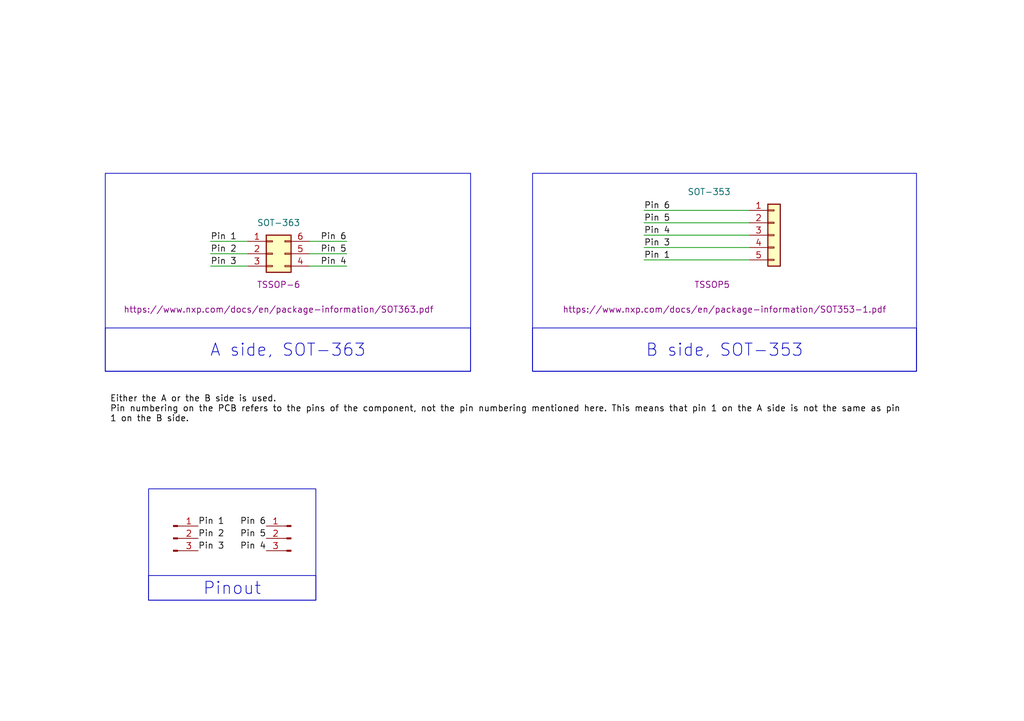
<source format=kicad_sch>
(kicad_sch (version 20230121) (generator eeschema)

  (uuid c589683e-78b8-4edd-9a0b-6a62c7089657)

  (paper "A5")

  (title_block
    (title "SOT-363/SOT-353 to DIP-6")
    (rev "1")
    (company "kunnen.tech")
  )

  (lib_symbols
    (symbol "Connector:Conn_01x03_Pin" (pin_names (offset 1.016) hide) (in_bom yes) (on_board yes)
      (property "Reference" "J" (at 0 5.08 0)
        (effects (font (size 1.27 1.27)))
      )
      (property "Value" "Conn_01x03_Pin" (at 0 -5.08 0)
        (effects (font (size 1.27 1.27)))
      )
      (property "Footprint" "" (at 0 0 0)
        (effects (font (size 1.27 1.27)) hide)
      )
      (property "Datasheet" "~" (at 0 0 0)
        (effects (font (size 1.27 1.27)) hide)
      )
      (property "ki_locked" "" (at 0 0 0)
        (effects (font (size 1.27 1.27)))
      )
      (property "ki_keywords" "connector" (at 0 0 0)
        (effects (font (size 1.27 1.27)) hide)
      )
      (property "ki_description" "Generic connector, single row, 01x03, script generated" (at 0 0 0)
        (effects (font (size 1.27 1.27)) hide)
      )
      (property "ki_fp_filters" "Connector*:*_1x??_*" (at 0 0 0)
        (effects (font (size 1.27 1.27)) hide)
      )
      (symbol "Conn_01x03_Pin_1_1"
        (polyline
          (pts
            (xy 1.27 -2.54)
            (xy 0.8636 -2.54)
          )
          (stroke (width 0.1524) (type default))
          (fill (type none))
        )
        (polyline
          (pts
            (xy 1.27 0)
            (xy 0.8636 0)
          )
          (stroke (width 0.1524) (type default))
          (fill (type none))
        )
        (polyline
          (pts
            (xy 1.27 2.54)
            (xy 0.8636 2.54)
          )
          (stroke (width 0.1524) (type default))
          (fill (type none))
        )
        (rectangle (start 0.8636 -2.413) (end 0 -2.667)
          (stroke (width 0.1524) (type default))
          (fill (type outline))
        )
        (rectangle (start 0.8636 0.127) (end 0 -0.127)
          (stroke (width 0.1524) (type default))
          (fill (type outline))
        )
        (rectangle (start 0.8636 2.667) (end 0 2.413)
          (stroke (width 0.1524) (type default))
          (fill (type outline))
        )
        (pin passive line (at 5.08 2.54 180) (length 3.81)
          (name "Pin_1" (effects (font (size 1.27 1.27))))
          (number "1" (effects (font (size 1.27 1.27))))
        )
        (pin passive line (at 5.08 0 180) (length 3.81)
          (name "Pin_2" (effects (font (size 1.27 1.27))))
          (number "2" (effects (font (size 1.27 1.27))))
        )
        (pin passive line (at 5.08 -2.54 180) (length 3.81)
          (name "Pin_3" (effects (font (size 1.27 1.27))))
          (number "3" (effects (font (size 1.27 1.27))))
        )
      )
    )
    (symbol "Connector_Generic:Conn_01x05" (pin_names (offset 1.016) hide) (in_bom yes) (on_board yes)
      (property "Reference" "J" (at 0 7.62 0)
        (effects (font (size 1.27 1.27)))
      )
      (property "Value" "Conn_01x05" (at 0 -7.62 0)
        (effects (font (size 1.27 1.27)))
      )
      (property "Footprint" "" (at 0 0 0)
        (effects (font (size 1.27 1.27)) hide)
      )
      (property "Datasheet" "~" (at 0 0 0)
        (effects (font (size 1.27 1.27)) hide)
      )
      (property "ki_keywords" "connector" (at 0 0 0)
        (effects (font (size 1.27 1.27)) hide)
      )
      (property "ki_description" "Generic connector, single row, 01x05, script generated (kicad-library-utils/schlib/autogen/connector/)" (at 0 0 0)
        (effects (font (size 1.27 1.27)) hide)
      )
      (property "ki_fp_filters" "Connector*:*_1x??_*" (at 0 0 0)
        (effects (font (size 1.27 1.27)) hide)
      )
      (symbol "Conn_01x05_1_1"
        (rectangle (start -1.27 -4.953) (end 0 -5.207)
          (stroke (width 0.1524) (type default))
          (fill (type none))
        )
        (rectangle (start -1.27 -2.413) (end 0 -2.667)
          (stroke (width 0.1524) (type default))
          (fill (type none))
        )
        (rectangle (start -1.27 0.127) (end 0 -0.127)
          (stroke (width 0.1524) (type default))
          (fill (type none))
        )
        (rectangle (start -1.27 2.667) (end 0 2.413)
          (stroke (width 0.1524) (type default))
          (fill (type none))
        )
        (rectangle (start -1.27 5.207) (end 0 4.953)
          (stroke (width 0.1524) (type default))
          (fill (type none))
        )
        (rectangle (start -1.27 6.35) (end 1.27 -6.35)
          (stroke (width 0.254) (type default))
          (fill (type background))
        )
        (pin passive line (at -5.08 5.08 0) (length 3.81)
          (name "Pin_1" (effects (font (size 1.27 1.27))))
          (number "1" (effects (font (size 1.27 1.27))))
        )
        (pin passive line (at -5.08 2.54 0) (length 3.81)
          (name "Pin_2" (effects (font (size 1.27 1.27))))
          (number "2" (effects (font (size 1.27 1.27))))
        )
        (pin passive line (at -5.08 0 0) (length 3.81)
          (name "Pin_3" (effects (font (size 1.27 1.27))))
          (number "3" (effects (font (size 1.27 1.27))))
        )
        (pin passive line (at -5.08 -2.54 0) (length 3.81)
          (name "Pin_4" (effects (font (size 1.27 1.27))))
          (number "4" (effects (font (size 1.27 1.27))))
        )
        (pin passive line (at -5.08 -5.08 0) (length 3.81)
          (name "Pin_5" (effects (font (size 1.27 1.27))))
          (number "5" (effects (font (size 1.27 1.27))))
        )
      )
    )
    (symbol "Connector_Generic:Conn_02x03_Counter_Clockwise" (pin_names (offset 1.016) hide) (in_bom yes) (on_board yes)
      (property "Reference" "J" (at 1.27 5.08 0)
        (effects (font (size 1.27 1.27)))
      )
      (property "Value" "Conn_02x03_Counter_Clockwise" (at 1.27 -5.08 0)
        (effects (font (size 1.27 1.27)))
      )
      (property "Footprint" "" (at 0 0 0)
        (effects (font (size 1.27 1.27)) hide)
      )
      (property "Datasheet" "~" (at 0 0 0)
        (effects (font (size 1.27 1.27)) hide)
      )
      (property "ki_keywords" "connector" (at 0 0 0)
        (effects (font (size 1.27 1.27)) hide)
      )
      (property "ki_description" "Generic connector, double row, 02x03, counter clockwise pin numbering scheme (similar to DIP package numbering), script generated (kicad-library-utils/schlib/autogen/connector/)" (at 0 0 0)
        (effects (font (size 1.27 1.27)) hide)
      )
      (property "ki_fp_filters" "Connector*:*_2x??_*" (at 0 0 0)
        (effects (font (size 1.27 1.27)) hide)
      )
      (symbol "Conn_02x03_Counter_Clockwise_1_1"
        (rectangle (start -1.27 -2.413) (end 0 -2.667)
          (stroke (width 0.1524) (type default))
          (fill (type none))
        )
        (rectangle (start -1.27 0.127) (end 0 -0.127)
          (stroke (width 0.1524) (type default))
          (fill (type none))
        )
        (rectangle (start -1.27 2.667) (end 0 2.413)
          (stroke (width 0.1524) (type default))
          (fill (type none))
        )
        (rectangle (start -1.27 3.81) (end 3.81 -3.81)
          (stroke (width 0.254) (type default))
          (fill (type background))
        )
        (rectangle (start 3.81 -2.413) (end 2.54 -2.667)
          (stroke (width 0.1524) (type default))
          (fill (type none))
        )
        (rectangle (start 3.81 0.127) (end 2.54 -0.127)
          (stroke (width 0.1524) (type default))
          (fill (type none))
        )
        (rectangle (start 3.81 2.667) (end 2.54 2.413)
          (stroke (width 0.1524) (type default))
          (fill (type none))
        )
        (pin passive line (at -5.08 2.54 0) (length 3.81)
          (name "Pin_1" (effects (font (size 1.27 1.27))))
          (number "1" (effects (font (size 1.27 1.27))))
        )
        (pin passive line (at -5.08 0 0) (length 3.81)
          (name "Pin_2" (effects (font (size 1.27 1.27))))
          (number "2" (effects (font (size 1.27 1.27))))
        )
        (pin passive line (at -5.08 -2.54 0) (length 3.81)
          (name "Pin_3" (effects (font (size 1.27 1.27))))
          (number "3" (effects (font (size 1.27 1.27))))
        )
        (pin passive line (at 7.62 -2.54 180) (length 3.81)
          (name "Pin_4" (effects (font (size 1.27 1.27))))
          (number "4" (effects (font (size 1.27 1.27))))
        )
        (pin passive line (at 7.62 0 180) (length 3.81)
          (name "Pin_5" (effects (font (size 1.27 1.27))))
          (number "5" (effects (font (size 1.27 1.27))))
        )
        (pin passive line (at 7.62 2.54 180) (length 3.81)
          (name "Pin_6" (effects (font (size 1.27 1.27))))
          (number "6" (effects (font (size 1.27 1.27))))
        )
      )
    )
  )


  (wire (pts (xy 132.08 53.34) (xy 153.67 53.34))
    (stroke (width 0) (type default))
    (uuid 316c5792-4e98-44a4-863a-d8f122bb15d8)
  )
  (wire (pts (xy 43.18 49.53) (xy 50.8 49.53))
    (stroke (width 0) (type default))
    (uuid 3e005955-39b6-4f96-86ef-43077888fd6c)
  )
  (wire (pts (xy 43.18 52.07) (xy 50.8 52.07))
    (stroke (width 0) (type default))
    (uuid 3eb7dd4e-fe34-421a-831c-f7e7327b9f8a)
  )
  (wire (pts (xy 132.08 45.72) (xy 153.67 45.72))
    (stroke (width 0) (type default))
    (uuid 5212a76f-4954-464f-af7b-7ffd4988c2ae)
  )
  (wire (pts (xy 63.5 52.07) (xy 71.12 52.07))
    (stroke (width 0) (type default))
    (uuid 63a1bea3-0fd6-47cf-af38-5943826030e6)
  )
  (wire (pts (xy 43.18 54.61) (xy 50.8 54.61))
    (stroke (width 0) (type default))
    (uuid 657b9d94-051e-4240-bbd4-d51300874707)
  )
  (wire (pts (xy 63.5 49.53) (xy 71.12 49.53))
    (stroke (width 0) (type default))
    (uuid 8a556ab8-ff93-4faa-9259-36ec673d7acc)
  )
  (wire (pts (xy 63.5 54.61) (xy 71.12 54.61))
    (stroke (width 0) (type default))
    (uuid a2aab2d0-d9a2-4b9b-a47d-9a5682a8d10f)
  )
  (wire (pts (xy 132.08 50.8) (xy 153.67 50.8))
    (stroke (width 0) (type default))
    (uuid a3bfb428-9695-4c4d-89a2-45ca46b4646a)
  )
  (wire (pts (xy 132.08 48.26) (xy 153.67 48.26))
    (stroke (width 0) (type default))
    (uuid e1d1720e-9373-4c9d-96b6-ae58a6c5065f)
  )
  (wire (pts (xy 132.08 43.18) (xy 153.67 43.18))
    (stroke (width 0) (type default))
    (uuid ff601e28-ff74-4b46-94f6-adefdb37aa27)
  )

  (rectangle (start 30.48 100.33) (end 64.77 123.19)
    (stroke (width 0) (type default))
    (fill (type none))
    (uuid 361eaf01-f355-4dbf-90f9-2e9be4494015)
  )
  (rectangle (start 21.59 35.56) (end 96.52 76.2)
    (stroke (width 0) (type default))
    (fill (type none))
    (uuid 87acacda-5901-41c5-b82b-d19bc2c60785)
  )
  (rectangle (start 109.22 35.56) (end 187.96 76.2)
    (stroke (width 0) (type default))
    (fill (type none))
    (uuid 9276a297-ad6a-4c41-a246-9202c988c3f4)
  )

  (text_box "B side, SOT-353"
    (at 109.22 67.31 0) (size 78.74 8.89)
    (stroke (width 0) (type default))
    (fill (type none))
    (effects (font (size 2.5 2.5)))
    (uuid 68be110b-93f6-4e20-b4f5-7db0658073db)
  )
  (text_box "A side, SOT-363"
    (at 21.59 67.31 0) (size 74.93 8.89)
    (stroke (width 0) (type default))
    (fill (type none))
    (effects (font (size 2.5 2.5)))
    (uuid 87aed3f5-5d08-455a-9ca5-80f45e8bd6f3)
  )
  (text_box "Pinout"
    (at 30.48 118.11 0) (size 34.29 5.08)
    (stroke (width 0) (type default))
    (fill (type none))
    (effects (font (size 2.5 2.5)))
    (uuid b87bfef5-9cee-4a09-bb43-0ed57d815d5f)
  )
  (text_box "Either the A or the B side is used.\nPin numbering on the PCB refers to the pins of the component, not the pin numbering mentioned here. This means that pin 1 on the A side is not the same as pin 1 on the B side."
    (at 21.59 80.01 0) (size 165.1 13.97)
    (stroke (width -0.0001) (type default) (color 0 0 0 1))
    (fill (type none))
    (effects (font (size 1.27 1.27) (color 0 0 0 1)) (justify left top))
    (uuid d1cd712a-5161-4d76-bdbb-c2940f4baed4)
  )

  (label "Pin 1" (at 40.64 107.95 0) (fields_autoplaced)
    (effects (font (size 1.27 1.27)) (justify left bottom))
    (uuid 14020a90-b9a7-4e64-ba9d-68a47bc54f74)
  )
  (label "Pin 6" (at 54.61 107.95 180) (fields_autoplaced)
    (effects (font (size 1.27 1.27)) (justify right bottom))
    (uuid 29d88868-fd6e-4de0-8cdd-f2fda1690ec8)
  )
  (label "Pin 4" (at 54.61 113.03 180) (fields_autoplaced)
    (effects (font (size 1.27 1.27)) (justify right bottom))
    (uuid 406f3044-f5aa-47c3-9114-8ad6420c857b)
  )
  (label "Pin 6" (at 132.08 43.18 0) (fields_autoplaced)
    (effects (font (size 1.27 1.27)) (justify left bottom))
    (uuid 41d3f401-a2db-44fa-8a95-2f302ca05421)
  )
  (label "Pin 2" (at 43.18 52.07 0) (fields_autoplaced)
    (effects (font (size 1.27 1.27)) (justify left bottom))
    (uuid 57184c4a-9e96-475d-af09-22e6ac6d6beb)
  )
  (label "Pin 3" (at 132.08 50.8 0) (fields_autoplaced)
    (effects (font (size 1.27 1.27)) (justify left bottom))
    (uuid 60b318f6-8f12-4c90-af29-4601a266a134)
  )
  (label "Pin 5" (at 54.61 110.49 180) (fields_autoplaced)
    (effects (font (size 1.27 1.27)) (justify right bottom))
    (uuid 7922ed9a-3133-48ab-94be-5c9243864a20)
  )
  (label "Pin 1" (at 43.18 49.53 0) (fields_autoplaced)
    (effects (font (size 1.27 1.27)) (justify left bottom))
    (uuid 84268e10-6d44-4b72-a788-097cb836fa99)
  )
  (label "Pin 5" (at 132.08 45.72 0) (fields_autoplaced)
    (effects (font (size 1.27 1.27)) (justify left bottom))
    (uuid 850adf58-0483-4423-9a07-5ec52c44fdff)
  )
  (label "Pin 6" (at 71.12 49.53 180) (fields_autoplaced)
    (effects (font (size 1.27 1.27)) (justify right bottom))
    (uuid aadb6498-aee3-4da2-96fb-665ffc1b2f24)
  )
  (label "Pin 3" (at 43.18 54.61 0) (fields_autoplaced)
    (effects (font (size 1.27 1.27)) (justify left bottom))
    (uuid c2243d06-4b9e-4132-b37a-0607f696eba3)
  )
  (label "Pin 2" (at 40.64 110.49 0) (fields_autoplaced)
    (effects (font (size 1.27 1.27)) (justify left bottom))
    (uuid cdd9e0b7-950c-4b95-85e5-eaefe2b1af34)
  )
  (label "Pin 3" (at 40.64 113.03 0) (fields_autoplaced)
    (effects (font (size 1.27 1.27)) (justify left bottom))
    (uuid d8f1afd6-f3ba-404c-8536-f43df13be043)
  )
  (label "Pin 5" (at 71.12 52.07 180) (fields_autoplaced)
    (effects (font (size 1.27 1.27)) (justify right bottom))
    (uuid db03fc58-ddb0-455e-baf4-b9918237f39a)
  )
  (label "Pin 4" (at 71.12 54.61 180) (fields_autoplaced)
    (effects (font (size 1.27 1.27)) (justify right bottom))
    (uuid ef278d93-487a-44ac-97ef-284e64cb43b7)
  )
  (label "Pin 4" (at 132.08 48.26 0) (fields_autoplaced)
    (effects (font (size 1.27 1.27)) (justify left bottom))
    (uuid f35e9bc7-f35c-4319-943c-11adb3f109fc)
  )
  (label "Pin 1" (at 132.08 53.34 0) (fields_autoplaced)
    (effects (font (size 1.27 1.27)) (justify left bottom))
    (uuid f75ffd22-6fce-4f39-bdf6-d046ee1d25ef)
  )

  (symbol (lib_id "Connector_Generic:Conn_02x03_Counter_Clockwise") (at 55.88 52.07 0) (unit 1)
    (in_bom yes) (on_board yes) (dnp no)
    (uuid 769697a9-97fe-4fc3-b296-b92962bbffab)
    (property "Reference" "J1" (at 57.15 43.18 0)
      (effects (font (size 1.27 1.27)) hide)
    )
    (property "Value" "SOT-363" (at 57.15 45.72 0)
      (effects (font (size 1.27 1.27)))
    )
    (property "Footprint" "Package_TO_SOT_SMD:SOT-363_SC-70-6_Handsoldering" (at 55.88 52.07 0)
      (effects (font (size 1.27 1.27)) hide)
    )
    (property "Datasheet" "https://www.nxp.com/docs/en/package-information/SOT363.pdf" (at 57.15 63.5 0)
      (effects (font (size 1.27 1.27)))
    )
    (property "Package type" "TSSOP-6" (at 57.15 58.42 0)
      (effects (font (size 1.27 1.27)))
    )
    (pin "1" (uuid 6eb3a10e-7f3a-4ea6-9e35-3215674b81ab))
    (pin "2" (uuid 0c6aa409-d61e-4645-8892-2438285a923e))
    (pin "3" (uuid fb1a8565-93ca-4891-98df-27916d3bf29d))
    (pin "4" (uuid d489f709-e9a1-4069-b337-6af977ef7071))
    (pin "5" (uuid f78b3837-a92a-48d5-9244-cbea16ed3f06))
    (pin "6" (uuid e5e63d96-d362-4428-bf16-c3f91dfd6b33))
    (instances
      (project "SOT-363 to DIP"
        (path "/c589683e-78b8-4edd-9a0b-6a62c7089657"
          (reference "J1") (unit 1)
        )
      )
    )
  )

  (symbol (lib_id "Connector:Conn_01x03_Pin") (at 35.56 110.49 0) (unit 1)
    (in_bom yes) (on_board yes) (dnp no) (fields_autoplaced)
    (uuid 94fb2eeb-958f-42b2-bc38-36f5ed3b3b03)
    (property "Reference" "J2" (at 36.195 102.87 0)
      (effects (font (size 1.27 1.27)) hide)
    )
    (property "Value" "Conn_01x03_Pin" (at 36.195 105.41 0)
      (effects (font (size 1.27 1.27)) hide)
    )
    (property "Footprint" "Connector_PinHeader_2.54mm:PinHeader_1x03_P2.54mm_Vertical" (at 35.56 110.49 0)
      (effects (font (size 1.27 1.27)) hide)
    )
    (property "Datasheet" "~" (at 35.56 110.49 0)
      (effects (font (size 1.27 1.27)) hide)
    )
    (pin "1" (uuid b9cdb2ce-6cae-4739-a14c-276c448e59ad))
    (pin "2" (uuid 66a3e24c-7a8d-4fec-83e0-cd8ebebd3cc7))
    (pin "3" (uuid 637d0f1f-d8b2-4a8f-b783-97d755d5d0f7))
    (instances
      (project "SOT-363 to DIP"
        (path "/c589683e-78b8-4edd-9a0b-6a62c7089657"
          (reference "J2") (unit 1)
        )
      )
    )
  )

  (symbol (lib_id "Connector:Conn_01x03_Pin") (at 59.69 110.49 0) (mirror y) (unit 1)
    (in_bom yes) (on_board yes) (dnp no)
    (uuid d9e68d7e-00e7-4fd7-bb0f-670ba7a93165)
    (property "Reference" "J3" (at 60.96 111.76 0)
      (effects (font (size 1.27 1.27)) (justify right) hide)
    )
    (property "Value" "Conn_01x03_Pin" (at 52.07 105.41 0)
      (effects (font (size 1.27 1.27)) (justify right) hide)
    )
    (property "Footprint" "Connector_PinHeader_2.54mm:PinHeader_1x03_P2.54mm_Vertical" (at 59.69 110.49 0)
      (effects (font (size 1.27 1.27)) hide)
    )
    (property "Datasheet" "~" (at 59.69 110.49 0)
      (effects (font (size 1.27 1.27)) hide)
    )
    (pin "1" (uuid 005a8d84-6eb5-4dfc-8ad4-d1f27274a433))
    (pin "2" (uuid 260b3c3d-fa71-4d90-9730-0c13bfdeca74))
    (pin "3" (uuid dda83d7c-1fb3-41f9-af01-0b7c2b17db7a))
    (instances
      (project "SOT-363 to DIP"
        (path "/c589683e-78b8-4edd-9a0b-6a62c7089657"
          (reference "J3") (unit 1)
        )
      )
    )
  )

  (symbol (lib_id "Connector_Generic:Conn_01x05") (at 158.75 48.26 0) (unit 1)
    (in_bom yes) (on_board yes) (dnp no)
    (uuid f8655805-6adf-431e-b95a-a0b3984234e6)
    (property "Reference" "J4" (at 161.29 46.99 0)
      (effects (font (size 1.27 1.27)) (justify left) hide)
    )
    (property "Value" "SOT-353" (at 140.97 39.37 0)
      (effects (font (size 1.27 1.27)) (justify left))
    )
    (property "Footprint" "Package_TO_SOT_SMD:SOT-353_SC-70-5_Handsoldering" (at 158.75 48.26 0)
      (effects (font (size 1.27 1.27)) hide)
    )
    (property "Datasheet" "https://www.nxp.com/docs/en/package-information/SOT353-1.pdf" (at 148.59 63.5 0)
      (effects (font (size 1.27 1.27)))
    )
    (property "Field4" "TSSOP5" (at 146.05 58.42 0)
      (effects (font (size 1.27 1.27)))
    )
    (pin "1" (uuid 8b663409-51f7-45a7-872c-1af9d5eeceaa))
    (pin "2" (uuid da00a312-edfe-4a68-b101-b15b074112a4))
    (pin "3" (uuid cfd726ed-e9b3-4651-a6a5-88b487242336))
    (pin "4" (uuid 34ed4371-06ad-46e4-ba05-660cedecf6ee))
    (pin "5" (uuid a3de2ce7-0c4c-4eb0-8b94-6dd7ca613184))
    (instances
      (project "SOT-363 to DIP"
        (path "/c589683e-78b8-4edd-9a0b-6a62c7089657"
          (reference "J4") (unit 1)
        )
      )
    )
  )

  (sheet_instances
    (path "/" (page "1"))
  )
)

</source>
